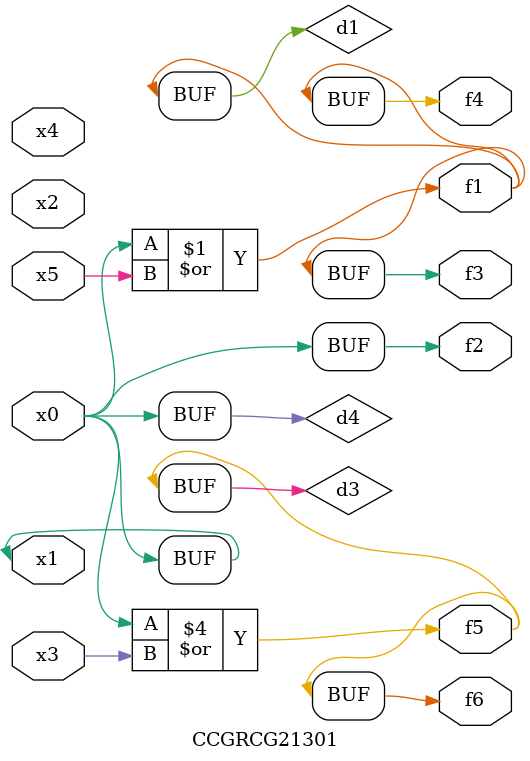
<source format=v>
module CCGRCG21301(
	input x0, x1, x2, x3, x4, x5,
	output f1, f2, f3, f4, f5, f6
);

	wire d1, d2, d3, d4;

	or (d1, x0, x5);
	xnor (d2, x1, x4);
	or (d3, x0, x3);
	buf (d4, x0, x1);
	assign f1 = d1;
	assign f2 = d4;
	assign f3 = d1;
	assign f4 = d1;
	assign f5 = d3;
	assign f6 = d3;
endmodule

</source>
